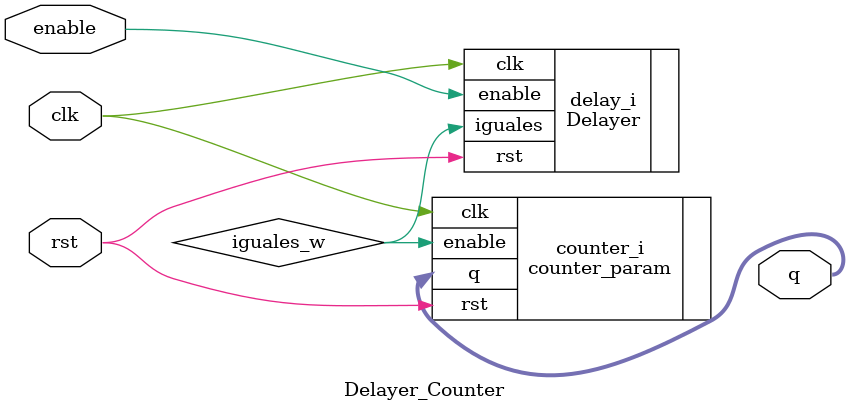
<source format=v>
`timescale 1ns / 1ps


module Delayer_Counter # (parameter n = 4, parameter width = 27, parameter YY = 100000000)
(
    input clk,
    input rst,
    input enable,
    output [n-1:0] q
    );
    
 wire iguales_w; 
  
  Delayer       # ( .width(width), .YY(YY) ) delay_i ( .clk(clk), .rst(rst), .enable(enable), .iguales(iguales_w) );  
  
  counter_param # ( .n(n) ) counter_i (.clk(clk), .rst(rst), .enable(iguales_w), .q(q) );
  
endmodule

</source>
